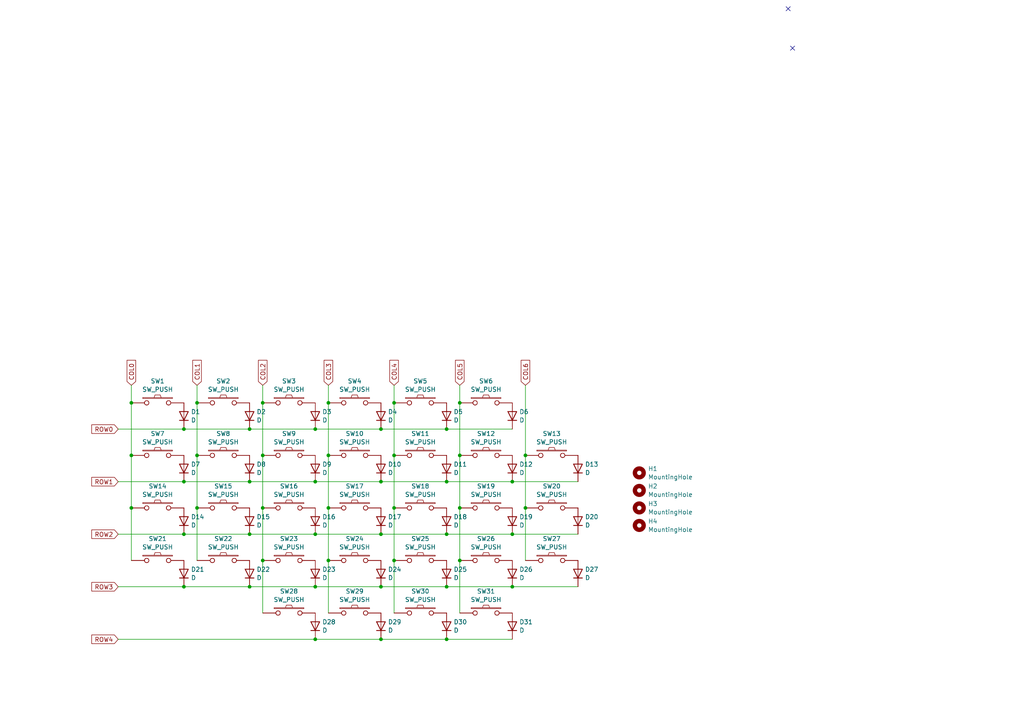
<source format=kicad_sch>
(kicad_sch (version 20230121) (generator eeschema)
  (paper "A4")
  (lib_symbols
    (symbol "0_kbd:SW_PUSH" (pin_numbers hide) (pin_names (offset 1.016) hide)
      (property "Reference" "SW" (at 3.81 2.794 0))
      (property "Value" "SW_PUSH" (at 0 -2.032 0))
      (symbol "SW_PUSH_0_1"
        (rectangle (start -4.318 1.27) (end 4.318 1.524))
        (polyline (pts (xy -1.016 1.524) (xy -0.762 2.286) (xy 0.762 2.286) (xy 1.016 1.524)))
        (pin passive inverted (at -7.62 0 0) (length 5.08) (name "1") (number "1"))
        (pin passive inverted (at 7.62 0 180) (length 5.08) (name "2") (number "2"))
      )
    )
    (symbol "Device:D" (pin_numbers hide) (pin_names (offset 1.016) hide)
      (property "Reference" "D" (at 0 2.54 0))
      (property "Value" "D" (at 0 -2.54 0))
      (symbol "D_0_1"
        (polyline (pts (xy -1.27 1.27) (xy -1.27 -1.27)) (stroke (width 0.254)))
        (polyline (pts (xy 1.27 0) (xy -1.27 0)))
        (polyline (pts (xy 1.27 1.27) (xy 1.27 -1.27) (xy -1.27 0) (xy 1.27 1.27)) (stroke (width 0.254)))
      )
      (symbol "D_1_1"
        (pin passive line (at -3.81 0 0) (length 2.54) (name "K") (number "1"))
        (pin passive line (at 3.81 0 180) (length 2.54) (name "A") (number "2"))
      )
    )
    (symbol "Mechanical:MountingHole" (pin_names (offset 1.016))
      (property "Reference" "H" (at 0 5.08 0))
      (property "Value" "MountingHole" (at 0 3.175 0))
      (symbol "MountingHole_0_1"
        (circle (center 0 0) (radius 1.27) (stroke (width 1.27)))
      )
    )
  )
  (junction (at 133.35 116.84))
  (junction (at 148.59 154.94))
  (junction (at 38.1 116.84))
  (junction (at 129.54 154.94))
  (junction (at 95.25 116.84))
  (junction (at 148.59 170.18))
  (junction (at 91.44 185.42))
  (junction (at 129.54 124.46))
  (junction (at 91.44 170.18))
  (junction (at 76.2 147.32))
  (junction (at 110.49 154.94))
  (junction (at 114.3 132.08))
  (junction (at 148.59 139.7))
  (junction (at 38.1 132.08))
  (junction (at 72.39 124.46))
  (junction (at 114.3 116.84))
  (junction (at 110.49 124.46))
  (junction (at 133.35 132.08))
  (junction (at 57.15 147.32))
  (junction (at 72.39 170.18))
  (junction (at 76.2 162.56))
  (junction (at 91.44 139.7))
  (junction (at 129.54 139.7))
  (junction (at 72.39 139.7))
  (junction (at 129.54 185.42))
  (junction (at 110.49 185.42))
  (junction (at 110.49 170.18))
  (junction (at 72.39 154.94))
  (junction (at 95.25 147.32))
  (junction (at 129.54 170.18))
  (junction (at 152.4 132.08))
  (junction (at 95.25 162.56))
  (junction (at 53.34 170.18))
  (junction (at 110.49 139.7))
  (junction (at 57.15 116.84))
  (junction (at 152.4 147.32))
  (junction (at 133.35 162.56))
  (junction (at 114.3 147.32))
  (junction (at 76.2 116.84))
  (junction (at 57.15 132.08))
  (junction (at 38.1 147.32))
  (junction (at 53.34 124.46))
  (junction (at 53.34 154.94))
  (junction (at 91.44 154.94))
  (junction (at 95.25 132.08))
  (junction (at 114.3 162.56))
  (junction (at 91.44 124.46))
  (junction (at 133.35 147.32))
  (junction (at 76.2 132.08))
  (junction (at 53.34 139.7))
  (no_connect (at 229.87 13.97))
  (no_connect (at 228.6 2.54))
  (wire (pts (xy 53.34 124.46) (xy 72.39 124.46)))
  (wire (pts (xy 57.15 116.84) (xy 57.15 132.08)))
  (wire (pts (xy 91.44 124.46) (xy 110.49 124.46)))
  (wire (pts (xy 76.2 132.08) (xy 76.2 147.32)))
  (wire (pts (xy 129.54 154.94) (xy 148.59 154.94)))
  (wire (pts (xy 76.2 116.84) (xy 76.2 132.08)))
  (wire (pts (xy 34.29 139.7) (xy 53.34 139.7)))
  (wire (pts (xy 129.54 185.42) (xy 148.59 185.42)))
  (wire (pts (xy 38.1 147.32) (xy 38.1 162.56)))
  (wire (pts (xy 129.54 139.7) (xy 148.59 139.7)))
  (wire (pts (xy 72.39 170.18) (xy 91.44 170.18)))
  (wire (pts (xy 34.29 185.42) (xy 91.44 185.42)))
  (wire (pts (xy 38.1 132.08) (xy 38.1 147.32)))
  (wire (pts (xy 34.29 124.46) (xy 53.34 124.46)))
  (wire (pts (xy 133.35 162.56) (xy 133.35 177.8)))
  (wire (pts (xy 152.4 132.08) (xy 152.4 147.32)))
  (wire (pts (xy 38.1 116.84) (xy 38.1 132.08)))
  (wire (pts (xy 57.15 147.32) (xy 57.15 162.56)))
  (wire (pts (xy 72.39 154.94) (xy 91.44 154.94)))
  (wire (pts (xy 148.59 154.94) (xy 167.64 154.94)))
  (wire (pts (xy 72.39 139.7) (xy 91.44 139.7)))
  (wire (pts (xy 129.54 124.46) (xy 148.59 124.46)))
  (wire (pts (xy 91.44 139.7) (xy 110.49 139.7)))
  (wire (pts (xy 34.29 154.94) (xy 53.34 154.94)))
  (wire (pts (xy 95.25 147.32) (xy 95.25 162.56)))
  (wire (pts (xy 95.25 162.56) (xy 95.25 177.8)))
  (wire (pts (xy 34.29 170.18) (xy 53.34 170.18)))
  (wire (pts (xy 95.25 132.08) (xy 95.25 147.32)))
  (wire (pts (xy 148.59 139.7) (xy 167.64 139.7)))
  (wire (pts (xy 53.34 154.94) (xy 72.39 154.94)))
  (wire (pts (xy 110.49 154.94) (xy 129.54 154.94)))
  (wire (pts (xy 95.25 116.84) (xy 95.25 132.08)))
  (wire (pts (xy 91.44 154.94) (xy 110.49 154.94)))
  (wire (pts (xy 91.44 185.42) (xy 110.49 185.42)))
  (wire (pts (xy 114.3 132.08) (xy 114.3 147.32)))
  (wire (pts (xy 114.3 147.32) (xy 114.3 162.56)))
  (wire (pts (xy 110.49 185.42) (xy 129.54 185.42)))
  (wire (pts (xy 76.2 147.32) (xy 76.2 162.56)))
  (wire (pts (xy 53.34 170.18) (xy 72.39 170.18)))
  (wire (pts (xy 72.39 124.46) (xy 91.44 124.46)))
  (wire (pts (xy 152.4 111.76) (xy 152.4 132.08)))
  (wire (pts (xy 38.1 111.76) (xy 38.1 116.84)))
  (wire (pts (xy 53.34 139.7) (xy 72.39 139.7)))
  (wire (pts (xy 133.35 116.84) (xy 133.35 132.08)))
  (wire (pts (xy 133.35 147.32) (xy 133.35 162.56)))
  (wire (pts (xy 95.25 111.76) (xy 95.25 116.84)))
  (wire (pts (xy 152.4 147.32) (xy 152.4 162.56)))
  (wire (pts (xy 110.49 139.7) (xy 129.54 139.7)))
  (wire (pts (xy 133.35 132.08) (xy 133.35 147.32)))
  (wire (pts (xy 148.59 170.18) (xy 167.64 170.18)))
  (wire (pts (xy 57.15 111.76) (xy 57.15 116.84)))
  (wire (pts (xy 76.2 162.56) (xy 76.2 177.8)))
  (wire (pts (xy 129.54 170.18) (xy 148.59 170.18)))
  (wire (pts (xy 114.3 116.84) (xy 114.3 132.08)))
  (wire (pts (xy 91.44 170.18) (xy 110.49 170.18)))
  (wire (pts (xy 114.3 162.56) (xy 114.3 177.8)))
  (wire (pts (xy 110.49 170.18) (xy 129.54 170.18)))
  (wire (pts (xy 114.3 111.76) (xy 114.3 116.84)))
  (wire (pts (xy 57.15 132.08) (xy 57.15 147.32)))
  (wire (pts (xy 76.2 111.76) (xy 76.2 116.84)))
  (wire (pts (xy 133.35 111.76) (xy 133.35 116.84)))
  (wire (pts (xy 110.49 124.46) (xy 129.54 124.46)))
  (global_label "COL1" (shape input) (at 57.15 111.76 90) (property "Intersheetrefs" "${INTERSHEET_REFS}" (effects hide)))
  (global_label "ROW1" (shape input) (at 34.29 139.7 180) (property "Intersheetrefs" "${INTERSHEET_REFS}" (effects hide)))
  (global_label "COL4" (shape input) (at 114.3 111.76 90) (property "Intersheetrefs" "${INTERSHEET_REFS}" (effects hide)))
  (global_label "COL5" (shape input) (at 133.35 111.76 90) (property "Intersheetrefs" "${INTERSHEET_REFS}" (effects hide)))
  (global_label "COL0" (shape input) (at 38.1 111.76 90) (property "Intersheetrefs" "${INTERSHEET_REFS}" (effects hide)))
  (global_label "COL3" (shape input) (at 95.25 111.76 90) (property "Intersheetrefs" "${INTERSHEET_REFS}" (effects hide)))
  (global_label "COL6" (shape input) (at 152.4 111.76 90) (property "Intersheetrefs" "${INTERSHEET_REFS}" (effects hide)))
  (global_label "COL2" (shape input) (at 76.2 111.76 90) (property "Intersheetrefs" "${INTERSHEET_REFS}" (effects hide)))
  (global_label "ROW4" (shape input) (at 34.29 185.42 180) (property "Intersheetrefs" "${INTERSHEET_REFS}" (effects hide)))
  (global_label "ROW0" (shape input) (at 34.29 124.46 180) (property "Intersheetrefs" "${INTERSHEET_REFS}" (effects hide)))
  (global_label "ROW3" (shape input) (at 34.29 170.18 180) (property "Intersheetrefs" "${INTERSHEET_REFS}" (effects hide)))
  (global_label "ROW2" (shape input) (at 34.29 154.94 180) (property "Intersheetrefs" "${INTERSHEET_REFS}" (effects hide)))
  (symbol (lib_id "0_kbd:SW_PUSH") (at 45.72 116.84 0) (unit 1)
    (property "Reference" "SW1" (at 45.72 110.5367 0))
    (property "Value" "SW_PUSH" (at 45.72 112.9609 0))
    (property "Footprint" "0_kbd:CherryMX_MidHeight_Hotswap" (effects hide))
  )
  (symbol (lib_id "0_kbd:SW_PUSH") (at 83.82 116.84 0) (unit 1)
    (property "Reference" "SW3" (at 83.82 110.5367 0))
    (property "Value" "SW_PUSH" (at 83.82 112.9609 0))
    (property "Footprint" "0_kbd:CherryMX_MidHeight_Hotswap" (effects hide))
  )
  (symbol (lib_id "Device:D") (at 91.44 135.89 90) (unit 1)
    (property "Reference" "D9" (at 93.472 134.6779 90) (effects (justify right)))
    (property "Value" "D" (at 93.472 137.1021 90) (effects (justify right)))
    (property "Footprint" "0_kbd:D3_SMD_v2" (effects hide))
    (property "Sim.Device" "D" (effects hide))
    (property "Sim.Pins" "1=K 2=A" (effects hide))
  )
  (symbol (lib_id "0_kbd:SW_PUSH") (at 83.82 132.08 0) (unit 1)
    (property "Reference" "SW9" (at 83.82 125.7767 0))
    (property "Value" "SW_PUSH" (at 83.82 128.2009 0))
    (property "Footprint" "0_kbd:CherryMX_MidHeight_Hotswap" (effects hide))
  )
  (symbol (lib_id "Device:D") (at 129.54 120.65 90) (unit 1)
    (property "Reference" "D5" (at 131.572 119.4379 90) (effects (justify right)))
    (property "Value" "D" (at 131.572 121.8621 90) (effects (justify right)))
    (property "Footprint" "0_kbd:D3_SMD_v2" (effects hide))
    (property "Sim.Device" "D" (effects hide))
    (property "Sim.Pins" "1=K 2=A" (effects hide))
  )
  (symbol (lib_id "Device:D") (at 53.34 120.65 90) (unit 1)
    (property "Reference" "D1" (at 55.372 119.4379 90) (effects (justify right)))
    (property "Value" "D" (at 55.372 121.8621 90) (effects (justify right)))
    (property "Footprint" "0_kbd:D3_SMD_v2" (effects hide))
    (property "Sim.Device" "D" (effects hide))
    (property "Sim.Pins" "1=K 2=A" (effects hide))
  )
  (symbol (lib_id "0_kbd:SW_PUSH") (at 121.92 162.56 0) (unit 1)
    (property "Reference" "SW25" (at 121.92 156.2567 0))
    (property "Value" "SW_PUSH" (at 121.92 158.6809 0))
    (property "Footprint" "0_kbd:CherryMX_MidHeight_Hotswap" (effects hide))
  )
  (symbol (lib_id "0_kbd:SW_PUSH") (at 140.97 177.8 0) (unit 1)
    (property "Reference" "SW31" (at 140.97 171.4967 0))
    (property "Value" "SW_PUSH" (at 140.97 173.9209 0))
    (property "Footprint" "0_kbd:CherryMX_MidHeight_Hotswap_1.5u" (effects hide))
  )
  (symbol (lib_id "0_kbd:SW_PUSH") (at 102.87 147.32 0) (unit 1)
    (property "Reference" "SW17" (at 102.87 141.0167 0))
    (property "Value" "SW_PUSH" (at 102.87 143.4409 0))
    (property "Footprint" "0_kbd:CherryMX_MidHeight_Hotswap" (effects hide))
  )
  (symbol (lib_id "0_kbd:SW_PUSH") (at 140.97 162.56 0) (unit 1)
    (property "Reference" "SW26" (at 140.97 156.2567 0))
    (property "Value" "SW_PUSH" (at 140.97 158.6809 0))
    (property "Footprint" "0_kbd:CherryMX_MidHeight_Hotswap" (effects hide))
  )
  (symbol (lib_id "0_kbd:SW_PUSH") (at 64.77 132.08 0) (unit 1)
    (property "Reference" "SW8" (at 64.77 125.7767 0))
    (property "Value" "SW_PUSH" (at 64.77 128.2009 0))
    (property "Footprint" "0_kbd:CherryMX_MidHeight_Hotswap" (effects hide))
  )
  (symbol (lib_id "0_kbd:SW_PUSH") (at 83.82 177.8 0) (unit 1)
    (property "Reference" "SW28" (at 83.82 171.4967 0))
    (property "Value" "SW_PUSH" (at 83.82 173.9209 0))
    (property "Footprint" "0_kbd:CherryMX_MidHeight_Hotswap" (effects hide))
  )
  (symbol (lib_id "0_kbd:SW_PUSH") (at 102.87 132.08 0) (unit 1)
    (property "Reference" "SW10" (at 102.87 125.7767 0))
    (property "Value" "SW_PUSH" (at 102.87 128.2009 0))
    (property "Footprint" "0_kbd:CherryMX_MidHeight_Hotswap" (effects hide))
  )
  (symbol (lib_id "Device:D") (at 129.54 135.89 90) (unit 1)
    (property "Reference" "D11" (at 131.572 134.6779 90) (effects (justify right)))
    (property "Value" "D" (at 131.572 137.1021 90) (effects (justify right)))
    (property "Footprint" "0_kbd:D3_SMD_v2" (effects hide))
    (property "Sim.Device" "D" (effects hide))
    (property "Sim.Pins" "1=K 2=A" (effects hide))
  )
  (symbol (lib_id "Device:D") (at 148.59 181.61 90) (unit 1)
    (property "Reference" "D31" (at 150.622 180.3979 90) (effects (justify right)))
    (property "Value" "D" (at 150.622 182.8221 90) (effects (justify right)))
    (property "Footprint" "0_kbd:D3_SMD_v2" (effects hide))
    (property "Sim.Device" "D" (effects hide))
    (property "Sim.Pins" "1=K 2=A" (effects hide))
  )
  (symbol (lib_id "Device:D") (at 91.44 120.65 90) (unit 1)
    (property "Reference" "D3" (at 93.472 119.4379 90) (effects (justify right)))
    (property "Value" "D" (at 93.472 121.8621 90) (effects (justify right)))
    (property "Footprint" "0_kbd:D3_SMD_v2" (effects hide))
    (property "Sim.Device" "D" (effects hide))
    (property "Sim.Pins" "1=K 2=A" (effects hide))
  )
  (symbol (lib_id "Mechanical:MountingHole") (at 185.42 137.16 0) (unit 1)
    (property "Reference" "H1" (at 187.96 135.9479 0) (effects (justify left)))
    (property "Value" "MountingHole" (at 187.96 138.3721 0) (effects (justify left)))
    (property "Footprint" "0_kbd:M2_HOLE_v3" (effects hide))
  )
  (symbol (lib_id "0_kbd:SW_PUSH") (at 45.72 132.08 0) (unit 1)
    (property "Reference" "SW7" (at 45.72 125.7767 0))
    (property "Value" "SW_PUSH" (at 45.72 128.2009 0))
    (property "Footprint" "0_kbd:CherryMX_MidHeight_Hotswap" (effects hide))
  )
  (symbol (lib_id "0_kbd:SW_PUSH") (at 45.72 147.32 0) (unit 1)
    (property "Reference" "SW14" (at 45.72 141.0167 0))
    (property "Value" "SW_PUSH" (at 45.72 143.4409 0))
    (property "Footprint" "0_kbd:CherryMX_MidHeight_Hotswap" (effects hide))
  )
  (symbol (lib_id "Mechanical:MountingHole") (at 185.42 147.32 0) (unit 1)
    (property "Reference" "H3" (at 187.96 146.1079 0) (effects (justify left)))
    (property "Value" "MountingHole" (at 187.96 148.5321 0) (effects (justify left)))
    (property "Footprint" "0_kbd:M2_HOLE_v3" (effects hide))
  )
  (symbol (lib_id "Device:D") (at 72.39 135.89 90) (unit 1)
    (property "Reference" "D8" (at 74.422 134.6779 90) (effects (justify right)))
    (property "Value" "D" (at 74.422 137.1021 90) (effects (justify right)))
    (property "Footprint" "0_kbd:D3_SMD_v2" (effects hide))
    (property "Sim.Device" "D" (effects hide))
    (property "Sim.Pins" "1=K 2=A" (effects hide))
  )
  (symbol (lib_id "Device:D") (at 167.64 151.13 90) (unit 1)
    (property "Reference" "D20" (at 169.672 149.9179 90) (effects (justify right)))
    (property "Value" "D" (at 169.672 152.3421 90) (effects (justify right)))
    (property "Footprint" "0_kbd:D3_SMD_v2" (effects hide))
    (property "Sim.Device" "D" (effects hide))
    (property "Sim.Pins" "1=K 2=A" (effects hide))
  )
  (symbol (lib_id "Device:D") (at 53.34 151.13 90) (unit 1)
    (property "Reference" "D14" (at 55.372 149.9179 90) (effects (justify right)))
    (property "Value" "D" (at 55.372 152.3421 90) (effects (justify right)))
    (property "Footprint" "0_kbd:D3_SMD_v2" (effects hide))
    (property "Sim.Device" "D" (effects hide))
    (property "Sim.Pins" "1=K 2=A" (effects hide))
  )
  (symbol (lib_id "0_kbd:SW_PUSH") (at 102.87 177.8 0) (unit 1)
    (property "Reference" "SW29" (at 102.87 171.4967 0))
    (property "Value" "SW_PUSH" (at 102.87 173.9209 0))
    (property "Footprint" "0_kbd:CherryMX_MidHeight_Hotswap" (effects hide))
  )
  (symbol (lib_id "0_kbd:SW_PUSH") (at 64.77 147.32 0) (unit 1)
    (property "Reference" "SW15" (at 64.77 141.0167 0))
    (property "Value" "SW_PUSH" (at 64.77 143.4409 0))
    (property "Footprint" "0_kbd:CherryMX_MidHeight_Hotswap" (effects hide))
  )
  (symbol (lib_id "Device:D") (at 72.39 151.13 90) (unit 1)
    (property "Reference" "D15" (at 74.422 149.9179 90) (effects (justify right)))
    (property "Value" "D" (at 74.422 152.3421 90) (effects (justify right)))
    (property "Footprint" "0_kbd:D3_SMD_v2" (effects hide))
    (property "Sim.Device" "D" (effects hide))
    (property "Sim.Pins" "1=K 2=A" (effects hide))
  )
  (symbol (lib_id "0_kbd:SW_PUSH") (at 140.97 132.08 0) (unit 1)
    (property "Reference" "SW12" (at 140.97 125.7767 0))
    (property "Value" "SW_PUSH" (at 140.97 128.2009 0))
    (property "Footprint" "0_kbd:CherryMX_MidHeight_Hotswap" (effects hide))
  )
  (symbol (lib_id "Device:D") (at 72.39 166.37 90) (unit 1)
    (property "Reference" "D22" (at 74.422 165.1579 90) (effects (justify right)))
    (property "Value" "D" (at 74.422 167.5821 90) (effects (justify right)))
    (property "Footprint" "0_kbd:D3_SMD_v2" (effects hide))
    (property "Sim.Device" "D" (effects hide))
    (property "Sim.Pins" "1=K 2=A" (effects hide))
  )
  (symbol (lib_id "0_kbd:SW_PUSH") (at 121.92 147.32 0) (unit 1)
    (property "Reference" "SW18" (at 121.92 141.0167 0))
    (property "Value" "SW_PUSH" (at 121.92 143.4409 0))
    (property "Footprint" "0_kbd:CherryMX_MidHeight_Hotswap" (effects hide))
  )
  (symbol (lib_id "0_kbd:SW_PUSH") (at 64.77 162.56 0) (unit 1)
    (property "Reference" "SW22" (at 64.77 156.2567 0))
    (property "Value" "SW_PUSH" (at 64.77 158.6809 0))
    (property "Footprint" "0_kbd:CherryMX_MidHeight_Hotswap" (effects hide))
  )
  (symbol (lib_id "Device:D") (at 91.44 181.61 90) (unit 1)
    (property "Reference" "D28" (at 93.472 180.3979 90) (effects (justify right)))
    (property "Value" "D" (at 93.472 182.8221 90) (effects (justify right)))
    (property "Footprint" "0_kbd:D3_SMD_v2" (effects hide))
    (property "Sim.Device" "D" (effects hide))
    (property "Sim.Pins" "1=K 2=A" (effects hide))
  )
  (symbol (lib_id "0_kbd:SW_PUSH") (at 140.97 116.84 0) (unit 1)
    (property "Reference" "SW6" (at 140.97 110.5367 0))
    (property "Value" "SW_PUSH" (at 140.97 112.9609 0))
    (property "Footprint" "0_kbd:CherryMX_MidHeight_Hotswap" (effects hide))
  )
  (symbol (lib_id "Mechanical:MountingHole") (at 185.42 142.24 0) (unit 1)
    (property "Reference" "H2" (at 187.96 141.0279 0) (effects (justify left)))
    (property "Value" "MountingHole" (at 187.96 143.4521 0) (effects (justify left)))
    (property "Footprint" "0_kbd:M2_HOLE_v3" (effects hide))
  )
  (symbol (lib_id "Device:D") (at 129.54 151.13 90) (unit 1)
    (property "Reference" "D18" (at 131.572 149.9179 90) (effects (justify right)))
    (property "Value" "D" (at 131.572 152.3421 90) (effects (justify right)))
    (property "Footprint" "0_kbd:D3_SMD_v2" (effects hide))
    (property "Sim.Device" "D" (effects hide))
    (property "Sim.Pins" "1=K 2=A" (effects hide))
  )
  (symbol (lib_id "0_kbd:SW_PUSH") (at 121.92 116.84 0) (unit 1)
    (property "Reference" "SW5" (at 121.92 110.5367 0))
    (property "Value" "SW_PUSH" (at 121.92 112.9609 0))
    (property "Footprint" "0_kbd:CherryMX_MidHeight_Hotswap" (effects hide))
  )
  (symbol (lib_id "0_kbd:SW_PUSH") (at 160.02 162.56 0) (unit 1)
    (property "Reference" "SW27" (at 160.02 156.2567 0))
    (property "Value" "SW_PUSH" (at 160.02 158.6809 0))
    (property "Footprint" "0_kbd:CherryMX_MidHeight_Hotswap" (effects hide))
  )
  (symbol (lib_id "Device:D") (at 148.59 166.37 90) (unit 1)
    (property "Reference" "D26" (at 150.622 165.1579 90) (effects (justify right)))
    (property "Value" "D" (at 150.622 167.5821 90) (effects (justify right)))
    (property "Footprint" "0_kbd:D3_SMD_v2" (effects hide))
    (property "Sim.Device" "D" (effects hide))
    (property "Sim.Pins" "1=K 2=A" (effects hide))
  )
  (symbol (lib_id "0_kbd:SW_PUSH") (at 160.02 132.08 0) (unit 1)
    (property "Reference" "SW13" (at 160.02 125.7767 0))
    (property "Value" "SW_PUSH" (at 160.02 128.2009 0))
    (property "Footprint" "0_kbd:CherryMX_MidHeight_Hotswap" (effects hide))
  )
  (symbol (lib_id "0_kbd:SW_PUSH") (at 121.92 132.08 0) (unit 1)
    (property "Reference" "SW11" (at 121.92 125.7767 0))
    (property "Value" "SW_PUSH" (at 121.92 128.2009 0))
    (property "Footprint" "0_kbd:CherryMX_MidHeight_Hotswap" (effects hide))
  )
  (symbol (lib_id "Device:D") (at 72.39 120.65 90) (unit 1)
    (property "Reference" "D2" (at 74.422 119.4379 90) (effects (justify right)))
    (property "Value" "D" (at 74.422 121.8621 90) (effects (justify right)))
    (property "Footprint" "0_kbd:D3_SMD_v2" (effects hide))
    (property "Sim.Device" "D" (effects hide))
    (property "Sim.Pins" "1=K 2=A" (effects hide))
  )
  (symbol (lib_id "0_kbd:SW_PUSH") (at 121.92 177.8 0) (unit 1)
    (property "Reference" "SW30" (at 121.92 171.4967 0))
    (property "Value" "SW_PUSH" (at 121.92 173.9209 0))
    (property "Footprint" "0_kbd:CherryMX_MidHeight_Hotswap" (effects hide))
  )
  (symbol (lib_id "0_kbd:SW_PUSH") (at 83.82 162.56 0) (unit 1)
    (property "Reference" "SW23" (at 83.82 156.2567 0))
    (property "Value" "SW_PUSH" (at 83.82 158.6809 0))
    (property "Footprint" "0_kbd:CherryMX_MidHeight_Hotswap" (effects hide))
  )
  (symbol (lib_id "Device:D") (at 167.64 135.89 90) (unit 1)
    (property "Reference" "D13" (at 169.672 134.6779 90) (effects (justify right)))
    (property "Value" "D" (at 169.672 137.1021 90) (effects (justify right)))
    (property "Footprint" "0_kbd:D3_SMD_v2" (effects hide))
    (property "Sim.Device" "D" (effects hide))
    (property "Sim.Pins" "1=K 2=A" (effects hide))
  )
  (symbol (lib_id "0_kbd:SW_PUSH") (at 45.72 162.56 0) (unit 1)
    (property "Reference" "SW21" (at 45.72 156.2567 0))
    (property "Value" "SW_PUSH" (at 45.72 158.6809 0))
    (property "Footprint" "0_kbd:CherryMX_MidHeight_Hotswap" (effects hide))
  )
  (symbol (lib_id "Device:D") (at 53.34 135.89 90) (unit 1)
    (property "Reference" "D7" (at 55.372 134.6779 90) (effects (justify right)))
    (property "Value" "D" (at 55.372 137.1021 90) (effects (justify right)))
    (property "Footprint" "0_kbd:D3_SMD_v2" (effects hide))
    (property "Sim.Device" "D" (effects hide))
    (property "Sim.Pins" "1=K 2=A" (effects hide))
  )
  (symbol (lib_id "Device:D") (at 110.49 151.13 90) (unit 1)
    (property "Reference" "D17" (at 112.522 149.9179 90) (effects (justify right)))
    (property "Value" "D" (at 112.522 152.3421 90) (effects (justify right)))
    (property "Footprint" "0_kbd:D3_SMD_v2" (effects hide))
    (property "Sim.Device" "D" (effects hide))
    (property "Sim.Pins" "1=K 2=A" (effects hide))
  )
  (symbol (lib_id "0_kbd:SW_PUSH") (at 140.97 147.32 0) (unit 1)
    (property "Reference" "SW19" (at 140.97 141.0167 0))
    (property "Value" "SW_PUSH" (at 140.97 143.4409 0))
    (property "Footprint" "0_kbd:CherryMX_MidHeight_Hotswap" (effects hide))
  )
  (symbol (lib_id "Device:D") (at 110.49 181.61 90) (unit 1)
    (property "Reference" "D29" (at 112.522 180.3979 90) (effects (justify right)))
    (property "Value" "D" (at 112.522 182.8221 90) (effects (justify right)))
    (property "Footprint" "0_kbd:D3_SMD_v2" (effects hide))
    (property "Sim.Device" "D" (effects hide))
    (property "Sim.Pins" "1=K 2=A" (effects hide))
  )
  (symbol (lib_id "Device:D") (at 129.54 181.61 90) (unit 1)
    (property "Reference" "D30" (at 131.572 180.3979 90) (effects (justify right)))
    (property "Value" "D" (at 131.572 182.8221 90) (effects (justify right)))
    (property "Footprint" "0_kbd:D3_SMD_v2" (effects hide))
    (property "Sim.Device" "D" (effects hide))
    (property "Sim.Pins" "1=K 2=A" (effects hide))
  )
  (symbol (lib_id "0_kbd:SW_PUSH") (at 160.02 147.32 0) (unit 1)
    (property "Reference" "SW20" (at 160.02 141.0167 0))
    (property "Value" "SW_PUSH" (at 160.02 143.4409 0))
    (property "Footprint" "0_kbd:CherryMX_MidHeight_Hotswap" (effects hide))
  )
  (symbol (lib_id "Device:D") (at 148.59 151.13 90) (unit 1)
    (property "Reference" "D19" (at 150.622 149.9179 90) (effects (justify right)))
    (property "Value" "D" (at 150.622 152.3421 90) (effects (justify right)))
    (property "Footprint" "0_kbd:D3_SMD_v2" (effects hide))
    (property "Sim.Device" "D" (effects hide))
    (property "Sim.Pins" "1=K 2=A" (effects hide))
  )
  (symbol (lib_id "Device:D") (at 148.59 135.89 90) (unit 1)
    (property "Reference" "D12" (at 150.622 134.6779 90) (effects (justify right)))
    (property "Value" "D" (at 150.622 137.1021 90) (effects (justify right)))
    (property "Footprint" "0_kbd:D3_SMD_v2" (effects hide))
    (property "Sim.Device" "D" (effects hide))
    (property "Sim.Pins" "1=K 2=A" (effects hide))
  )
  (symbol (lib_id "Device:D") (at 91.44 151.13 90) (unit 1)
    (property "Reference" "D16" (at 93.472 149.9179 90) (effects (justify right)))
    (property "Value" "D" (at 93.472 152.3421 90) (effects (justify right)))
    (property "Footprint" "0_kbd:D3_SMD_v2" (effects hide))
    (property "Sim.Device" "D" (effects hide))
    (property "Sim.Pins" "1=K 2=A" (effects hide))
  )
  (symbol (lib_id "0_kbd:SW_PUSH") (at 83.82 147.32 0) (unit 1)
    (property "Reference" "SW16" (at 83.82 141.0167 0))
    (property "Value" "SW_PUSH" (at 83.82 143.4409 0))
    (property "Footprint" "0_kbd:CherryMX_MidHeight_Hotswap" (effects hide))
  )
  (symbol (lib_id "Device:D") (at 53.34 166.37 90) (unit 1)
    (property "Reference" "D21" (at 55.372 165.1579 90) (effects (justify right)))
    (property "Value" "D" (at 55.372 167.5821 90) (effects (justify right)))
    (property "Footprint" "0_kbd:D3_SMD_v2" (effects hide))
    (property "Sim.Device" "D" (effects hide))
    (property "Sim.Pins" "1=K 2=A" (effects hide))
  )
  (symbol (lib_id "0_kbd:SW_PUSH") (at 102.87 162.56 0) (unit 1)
    (property "Reference" "SW24" (at 102.87 156.2567 0))
    (property "Value" "SW_PUSH" (at 102.87 158.6809 0))
    (property "Footprint" "0_kbd:CherryMX_MidHeight_Hotswap" (effects hide))
  )
  (symbol (lib_id "Device:D") (at 148.59 120.65 90) (unit 1)
    (property "Reference" "D6" (at 150.622 119.4379 90) (effects (justify right)))
    (property "Value" "D" (at 150.622 121.8621 90) (effects (justify right)))
    (property "Footprint" "0_kbd:D3_SMD_v2" (effects hide))
    (property "Sim.Device" "D" (effects hide))
    (property "Sim.Pins" "1=K 2=A" (effects hide))
  )
  (symbol (lib_id "Device:D") (at 129.54 166.37 90) (unit 1)
    (property "Reference" "D25" (at 131.572 165.1579 90) (effects (justify right)))
    (property "Value" "D" (at 131.572 167.5821 90) (effects (justify right)))
    (property "Footprint" "0_kbd:D3_SMD_v2" (effects hide))
    (property "Sim.Device" "D" (effects hide))
    (property "Sim.Pins" "1=K 2=A" (effects hide))
  )
  (symbol (lib_id "Mechanical:MountingHole") (at 185.42 152.4 0) (unit 1)
    (property "Reference" "H4" (at 187.96 151.1879 0) (effects (justify left)))
    (property "Value" "MountingHole" (at 187.96 153.6121 0) (effects (justify left)))
    (property "Footprint" "0_kbd:M2_HOLE_v3" (effects hide))
  )
  (symbol (lib_id "0_kbd:SW_PUSH") (at 64.77 116.84 0) (unit 1)
    (property "Reference" "SW2" (at 64.77 110.5367 0))
    (property "Value" "SW_PUSH" (at 64.77 112.9609 0))
    (property "Footprint" "0_kbd:CherryMX_MidHeight_Hotswap" (effects hide))
  )
  (symbol (lib_id "0_kbd:SW_PUSH") (at 102.87 116.84 0) (unit 1)
    (property "Reference" "SW4" (at 102.87 110.5367 0))
    (property "Value" "SW_PUSH" (at 102.87 112.9609 0))
    (property "Footprint" "0_kbd:CherryMX_MidHeight_Hotswap" (effects hide))
  )
  (symbol (lib_id "Device:D") (at 91.44 166.37 90) (unit 1)
    (property "Reference" "D23" (at 93.472 165.1579 90) (effects (justify right)))
    (property "Value" "D" (at 93.472 167.5821 90) (effects (justify right)))
    (property "Footprint" "0_kbd:D3_SMD_v2" (effects hide))
    (property "Sim.Device" "D" (effects hide))
    (property "Sim.Pins" "1=K 2=A" (effects hide))
  )
  (symbol (lib_id "Device:D") (at 110.49 120.65 90) (unit 1)
    (property "Reference" "D4" (at 112.522 119.4379 90) (effects (justify right)))
    (property "Value" "D" (at 112.522 121.8621 90) (effects (justify right)))
    (property "Footprint" "0_kbd:D3_SMD_v2" (effects hide))
    (property "Sim.Device" "D" (effects hide))
    (property "Sim.Pins" "1=K 2=A" (effects hide))
  )
  (symbol (lib_id "Device:D") (at 110.49 166.37 90) (unit 1)
    (property "Reference" "D24" (at 112.522 165.1579 90) (effects (justify right)))
    (property "Value" "D" (at 112.522 167.5821 90) (effects (justify right)))
    (property "Footprint" "0_kbd:D3_SMD_v2" (effects hide))
    (property "Sim.Device" "D" (effects hide))
    (property "Sim.Pins" "1=K 2=A" (effects hide))
  )
  (symbol (lib_id "Device:D") (at 167.64 166.37 90) (unit 1)
    (property "Reference" "D27" (at 169.672 165.1579 90) (effects (justify right)))
    (property "Value" "D" (at 169.672 167.5821 90) (effects (justify right)))
    (property "Footprint" "0_kbd:D3_SMD_v2" (effects hide))
    (property "Sim.Device" "D" (effects hide))
    (property "Sim.Pins" "1=K 2=A" (effects hide))
  )
  (symbol (lib_id "Device:D") (at 110.49 135.89 90) (unit 1)
    (property "Reference" "D10" (at 112.522 134.6779 90) (effects (justify right)))
    (property "Value" "D" (at 112.522 137.1021 90) (effects (justify right)))
    (property "Footprint" "0_kbd:D3_SMD_v2" (effects hide))
    (property "Sim.Device" "D" (effects hide))
    (property "Sim.Pins" "1=K 2=A" (effects hide))
  )
)
</source>
